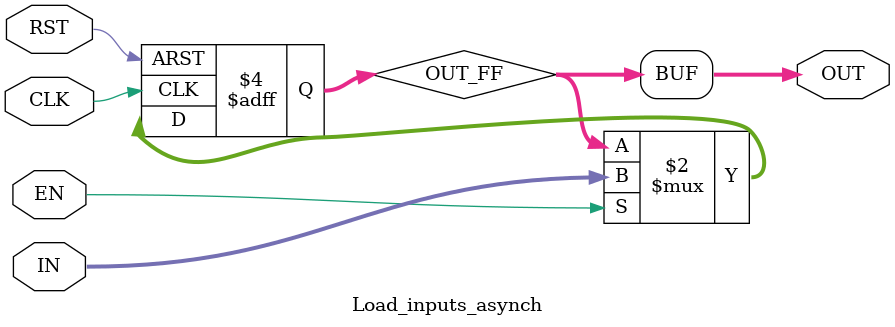
<source format=v>
module Load_inputs_asynch (IN,CLK,EN,OUT,RST); 

parameter PIPELINE=1; 
parameter WIDTH=18;
input [WIDTH-1:0] IN; 
input CLK,RST,EN; 
reg [WIDTH-1:0] OUT_FF ;
output [WIDTH-1:0] OUT; 


//Pipeline 
always @(posedge CLK or posedge RST) begin 
	if(RST)
		OUT_FF<=0; 
	else if (EN)
		OUT_FF<=IN; 
end 

assign OUT = (PIPELINE) ? OUT_FF : IN ; 

endmodule 
</source>
